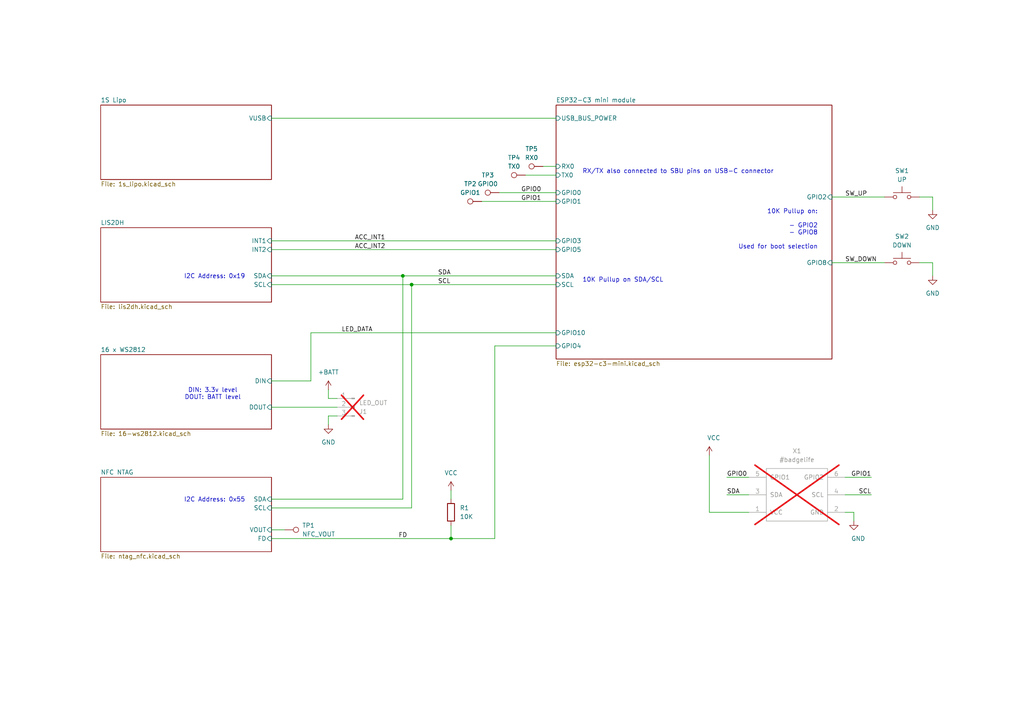
<source format=kicad_sch>
(kicad_sch (version 20231120) (generator "eeschema") (generator_version "8.0")
  (paper "A4")
  (title_block (title "BornHack 2024 POV Badge") (date "2024-05-26") (rev "1.0") (company "BornHack"))
  (lib_symbols
    (symbol "Connector:Conn_01x03_Pin" (pin_names (offset 1.016) hide)
      (property "Reference" "J" (at 0 5.08 0))
      (property "Value" "Conn_01x03_Pin" (at 0 -5.08 0))
      (symbol "Conn_01x03_Pin_1_1"
        (polyline (pts (xy 1.27 -2.54) (xy 0.8636 -2.54)) (stroke (width 0.1524)))
        (polyline (pts (xy 1.27 0) (xy 0.8636 0)) (stroke (width 0.1524)))
        (polyline (pts (xy 1.27 2.54) (xy 0.8636 2.54)) (stroke (width 0.1524)))
        (rectangle (start 0.8636 -2.413) (end 0 -2.667) (stroke (width 0.1524)) (fill (type outline)))
        (rectangle (start 0.8636 0.127) (end 0 -0.127) (stroke (width 0.1524)) (fill (type outline)))
        (rectangle (start 0.8636 2.667) (end 0 2.413) (stroke (width 0.1524)) (fill (type outline)))
        (pin passive line (at 5.08 2.54 180) (length 3.81) (name "Pin_1") (number "1"))
        (pin passive line (at 5.08 0 180) (length 3.81) (name "Pin_2") (number "2"))
        (pin passive line (at 5.08 -2.54 180) (length 3.81) (name "Pin_3") (number "3"))
      )
    )
    (symbol "Connector:TestPoint" (pin_numbers hide) (pin_names (offset 0.762) hide)
      (property "Reference" "TP" (at 0 6.858 0))
      (property "Value" "TestPoint" (at 0 5.08 0))
      (symbol "TestPoint_0_1"
        (circle (center 0 3.302) (radius 0.762))
      )
      (symbol "TestPoint_1_1"
        (pin passive line (at 0 0 90) (length 2.54) (name "1") (number "1"))
      )
    )
    (symbol "Device:R" (pin_numbers hide) (pin_names (offset 0))
      (property "Reference" "R" (at 2.032 0 90))
      (property "Value" "R" (at 0 0 90))
      (symbol "R_0_1"
        (rectangle (start -1.016 -2.54) (end 1.016 2.54) (stroke (width 0.254)))
      )
      (symbol "R_1_1"
        (pin passive line (at 0 3.81 270) (length 1.27) (name "~") (number "1"))
        (pin passive line (at 0 -3.81 90) (length 1.27) (name "~") (number "2"))
      )
    )
    (symbol "Switch:SW_Push" (pin_numbers hide) (pin_names (offset 1.016) hide)
      (property "Reference" "SW" (at 1.27 2.54 0))
      (property "Value" "SW_Push" (at 0 -1.524 0))
      (symbol "SW_Push_0_1"
        (circle (center -2.032 0) (radius 0.508))
        (polyline (pts (xy 0 1.27) (xy 0 3.048)))
        (polyline (pts (xy 2.54 1.27) (xy -2.54 1.27)))
        (circle (center 2.032 0) (radius 0.508))
        (pin passive line (at -5.08 0 0) (length 2.54) (name "1") (number "1"))
        (pin passive line (at 5.08 0 180) (length 2.54) (name "2") (number "2"))
      )
    )
    (symbol "badgelife_shitty_addon_v169bis:Badgelife_sao_connector_v169bis" (pin_names (offset 1.016))
      (property "Reference" "X" (at 0 0 0))
      (property "Value" "Badgelife_sao_connector_v169bis" (at 0 20.32 0))
      (symbol "Badgelife_sao_connector_v169bis_0_1"
        (rectangle (start -7.62 8.89) (end 7.62 -8.89))
      )
      (symbol "Badgelife_sao_connector_v169bis_1_1"
        (pin input line (at -5.08 13.97 270) (length 5.08) (name "VCC") (number "1"))
        (pin input line (at -5.08 -13.97 90) (length 5.08) (name "GND") (number "2"))
        (pin input line (at 0 13.97 270) (length 5.08) (name "SDA") (number "3"))
        (pin input line (at 0 -13.97 90) (length 5.08) (name "SCL") (number "4"))
        (pin input line (at 5.08 13.97 270) (length 5.08) (name "GPIO1") (number "5"))
        (pin input line (at 5.08 -13.97 90) (length 5.08) (name "GPIO2") (number "6"))
      )
    )
    (symbol "power:+BATT" (power) (pin_numbers hide) (pin_names (offset 0) hide)
      (property "Value" "+BATT" (at 0 3.556 0))
      (symbol "+BATT_0_1"
        (polyline (pts (xy -0.762 1.27) (xy 0 2.54)))
        (polyline (pts (xy 0 0) (xy 0 2.54)))
        (polyline (pts (xy 0 2.54) (xy 0.762 1.27)))
      )
      (symbol "+BATT_1_1"
        (pin power_in line (at 0 0 90) (length 0) (name "~") (number "1"))
      )
    )
    (symbol "power:GND" (power) (pin_names (offset 0))
      (property "Value" "GND" (at 0 -3.81 0))
      (symbol "GND_0_1"
        (polyline (pts (xy 0 0) (xy 0 -1.27) (xy 1.27 -1.27) (xy 0 -2.54) (xy -1.27 -1.27) (xy 0 -1.27)))
      )
      (symbol "GND_1_1"
        (pin power_in line (at 0 0 270) (length 0) hide (name "GND") (number "1"))
      )
    )
    (symbol "power:VCC" (power) (pin_names (offset 0))
      (property "Value" "VCC" (at 0 3.81 0))
      (symbol "VCC_0_1"
        (polyline (pts (xy -0.762 1.27) (xy 0 2.54)))
        (polyline (pts (xy 0 0) (xy 0 2.54)))
        (polyline (pts (xy 0 2.54) (xy 0.762 1.27)))
      )
      (symbol "VCC_1_1"
        (pin power_in line (at 0 0 90) (length 0) hide (name "VCC") (number "1"))
      )
    )
  )
  (junction (at 130.81 156.21))
  (junction (at 116.84 80.01))
  (junction (at 119.38 82.55))
  (wire (pts (xy 161.29 96.52) (xy 90.17 96.52)))
  (wire (pts (xy 245.11 148.59) (xy 247.65 148.59)))
  (wire (pts (xy 119.38 82.55) (xy 161.29 82.55)))
  (wire (pts (xy 130.81 142.24) (xy 130.81 144.78)))
  (wire (pts (xy 205.74 148.59) (xy 205.74 132.08)))
  (wire (pts (xy 95.25 115.57) (xy 97.79 115.57)))
  (wire (pts (xy 78.74 34.29) (xy 161.29 34.29)))
  (wire (pts (xy 210.82 138.43) (xy 217.17 138.43)))
  (wire (pts (xy 157.48 48.26) (xy 161.29 48.26)))
  (wire (pts (xy 143.51 100.33) (xy 143.51 156.21)))
  (wire (pts (xy 130.81 152.4) (xy 130.81 156.21)))
  (wire (pts (xy 90.17 96.52) (xy 90.17 110.49)))
  (wire (pts (xy 144.78 55.88) (xy 161.29 55.88)))
  (wire (pts (xy 78.74 118.11) (xy 97.79 118.11)))
  (wire (pts (xy 97.79 120.65) (xy 95.25 120.65)))
  (wire (pts (xy 130.81 156.21) (xy 78.74 156.21)))
  (wire (pts (xy 78.74 82.55) (xy 119.38 82.55)))
  (wire (pts (xy 266.7 76.2) (xy 270.51 76.2)))
  (wire (pts (xy 119.38 147.32) (xy 119.38 82.55)))
  (wire (pts (xy 78.74 153.67) (xy 82.55 153.67)))
  (wire (pts (xy 205.74 148.59) (xy 217.17 148.59)))
  (wire (pts (xy 95.25 120.65) (xy 95.25 123.19)))
  (wire (pts (xy 78.74 144.78) (xy 116.84 144.78)))
  (wire (pts (xy 78.74 72.39) (xy 161.29 72.39)))
  (wire (pts (xy 139.7 58.42) (xy 161.29 58.42)))
  (wire (pts (xy 116.84 144.78) (xy 116.84 80.01)))
  (wire (pts (xy 247.65 148.59) (xy 247.65 151.13)))
  (wire (pts (xy 241.3 57.15) (xy 256.54 57.15)))
  (wire (pts (xy 95.25 113.03) (xy 95.25 115.57)))
  (wire (pts (xy 78.74 147.32) (xy 119.38 147.32)))
  (wire (pts (xy 143.51 156.21) (xy 130.81 156.21)))
  (wire (pts (xy 78.74 69.85) (xy 161.29 69.85)))
  (wire (pts (xy 116.84 80.01) (xy 161.29 80.01)))
  (wire (pts (xy 270.51 76.2) (xy 270.51 80.01)))
  (wire (pts (xy 245.11 138.43) (xy 252.73 138.43)))
  (wire (pts (xy 90.17 110.49) (xy 78.74 110.49)))
  (wire (pts (xy 161.29 100.33) (xy 143.51 100.33)))
  (wire (pts (xy 266.7 57.15) (xy 270.51 57.15)))
  (wire (pts (xy 270.51 57.15) (xy 270.51 60.96)))
  (wire (pts (xy 210.82 143.51) (xy 217.17 143.51)))
  (wire (pts (xy 241.3 76.2) (xy 256.54 76.2)))
  (wire (pts (xy 245.11 143.51) (xy 252.73 143.51)))
  (wire (pts (xy 152.4 50.8) (xy 161.29 50.8)))
  (wire (pts (xy 78.74 80.01) (xy 116.84 80.01)))
  (text "DIN: 3.3v level\nDOUT: BATT level" (at 61.722 114.3 0) (effects (font (size 1.27 1.27))))
  (text "I2C Address: 0x19" (at 53.34 80.264 0) (effects (font (size 1.27 1.27)) (justify left)))
  (text "I2C Address: 0x55" (at 53.34 145.034 0) (effects (font (size 1.27 1.27)) (justify left)))
  (text "10K Pullup on SDA/SCL" (at 168.91 81.28 0) (effects (font (size 1.27 1.27)) (justify left)))
  (text "RX/TX also connected to SBU pins on USB-C connector" (at 168.91 49.784 0) (effects (font (size 1.27 1.27)) (justify left)))
  (text "10K Pullup on:\n\n- GPIO2\n- GPIO8\n\nUsed for boot selection" (at 237.236 66.548 0) (effects (font (size 1.27 1.27)) (justify right)))
  (label "ACC_INT2" (at 102.87 72.39 0))
  (label "SDA" (at 127 80.01 0))
  (label "FD" (at 115.57 156.21 0))
  (label "SW_DOWN" (at 245.11 76.2 0))
  (label "SW_UP" (at 245.11 57.15 0))
  (label "SCL" (at 127 82.55 0))
  (label "GPIO0" (at 151.13 55.88 0))
  (label "GPIO1" (at 151.13 58.42 0))
  (label "GPIO1" (at 252.73 138.43 180))
  (label "SDA" (at 210.82 143.51 0))
  (label "SCL" (at 252.73 143.51 180))
  (label "GPIO0" (at 210.82 138.43 0))
  (label "LED_DATA" (at 99.06 96.52 0))
  (label "ACC_INT1" (at 102.87 69.85 0))
  (symbol (lib_id "Device:R") (at 130.81 148.59 0) (unit 1)
    (property "Reference" "R1" (at 133.35 147.3199 0) (effects (justify left)))
    (property "Value" "10K" (at 133.35 149.8599 0) (effects (justify left)))
    (property "Footprint" "Resistor_SMD:R_0603_1608Metric" (effects (hide yes)))
    (property "Description" "Resistor" (effects (hide yes)))
  )
  (symbol (lib_id "power:GND") (at 95.25 123.19 0) (unit 1)
    (property "Reference" "#PWR02" (effects (hide yes)))
    (property "Value" "GND" (at 95.25 128.27 0))
    (property "Description" "Power symbol creates a global label with name \"GND\" , ground" (effects (hide yes)))
  )
  (symbol (lib_id "badgelife_shitty_addon_v169bis:Badgelife_sao_connector_v169bis") (at 231.14 143.51 90) (unit 1) (in_bom no) (dnp yes)
    (property "Reference" "X1" (at 231.14 130.81 90))
    (property "Value" "#badgelife" (at 231.14 133.35 90))
    (property "Footprint" "badgelife_sao_v169bis:Badgelife-SAOv169-BADGE-2x3" (effects (hide yes)))
  )
  (symbol (lib_id "power:VCC") (at 205.74 132.08 0) (unit 1)
    (property "Reference" "#PWR04" (effects (hide yes)))
    (property "Value" "VCC" (at 207.01 127 0))
  )
  (symbol (lib_id "Switch:SW_Push") (at 261.62 76.2 0) (unit 1)
    (property "Reference" "SW2" (at 261.62 68.58 0))
    (property "Value" "DOWN" (at 261.62 71.12 0))
    (property "Footprint" "Button_Switch_SMD:SW_SPST_TL3342" (effects (hide yes)))
    (property "Description" "Push button switch, generic, two pins" (effects (hide yes)))
  )
  (symbol (lib_id "power:GND") (at 270.51 60.96 0) (unit 1)
    (property "Reference" "#PWR06" (effects (hide yes)))
    (property "Value" "GND" (at 270.51 66.04 0))
    (property "Description" "Power symbol creates a global label with name \"GND\" , ground" (effects (hide yes)))
  )
  (symbol (lib_id "Connector:TestPoint") (at 152.4 50.8 90) (unit 1)
    (property "Reference" "TP4" (at 149.098 45.72 90))
    (property "Value" "TX0" (at 149.098 48.26 90))
    (property "Footprint" "TestPoint:TestPoint_Pad_D1.5mm" (effects (hide yes)))
    (property "Description" "test point" (effects (hide yes)))
  )
  (symbol (lib_id "Connector:Conn_01x03_Pin") (at 102.87 118.11 0) (mirror y) (unit 1) (in_bom no) (dnp yes)
    (property "Reference" "J1" (at 104.14 119.3801 0) (effects (justify right)))
    (property "Value" "LED_OUT" (at 104.14 116.8401 0) (effects (justify right)))
    (property "Footprint" "Connector_PinHeader_2.54mm:PinHeader_1x03_P2.54mm_Horizontal" (effects (hide yes)))
    (property "Description" "Generic connector, single row, 01x03, script generated" (effects (hide yes)))
  )
  (symbol (lib_id "power:GND") (at 247.65 151.13 0) (unit 1)
    (property "Reference" "#PWR05" (effects (hide yes)))
    (property "Value" "GND" (at 248.92 156.21 0))
  )
  (symbol (lib_id "Connector:TestPoint") (at 157.48 48.26 90) (unit 1)
    (property "Reference" "TP5" (at 154.178 43.18 90))
    (property "Value" "RX0" (at 154.178 45.72 90))
    (property "Footprint" "TestPoint:TestPoint_Pad_D1.5mm" (effects (hide yes)))
    (property "Description" "test point" (effects (hide yes)))
  )
  (symbol (lib_id "power:VCC") (at 130.81 142.24 0) (unit 1)
    (property "Reference" "#PWR03" (effects (hide yes)))
    (property "Value" "VCC" (at 130.81 137.16 0))
    (property "Description" "Power symbol creates a global label with name \"VCC\"" (effects (hide yes)))
  )
  (symbol (lib_id "Connector:TestPoint") (at 82.55 153.67 270) (unit 1)
    (property "Reference" "TP1" (at 87.63 152.3999 90) (effects (justify left)))
    (property "Value" "NFC_VOUT" (at 87.63 154.9399 90) (effects (justify left)))
    (property "Footprint" "TestPoint:TestPoint_Pad_D1.5mm" (effects (hide yes)))
    (property "Description" "test point" (effects (hide yes)))
  )
  (symbol (lib_id "Connector:TestPoint") (at 144.78 55.88 90) (unit 1)
    (property "Reference" "TP3" (at 141.478 50.8 90))
    (property "Value" "GPIO0" (at 141.478 53.34 90))
    (property "Footprint" "TestPoint:TestPoint_Pad_D1.5mm" (effects (hide yes)))
    (property "Description" "test point" (effects (hide yes)))
  )
  (symbol (lib_id "power:GND") (at 270.51 80.01 0) (unit 1)
    (property "Reference" "#PWR07" (effects (hide yes)))
    (property "Value" "GND" (at 270.51 85.09 0))
    (property "Description" "Power symbol creates a global label with name \"GND\" , ground" (effects (hide yes)))
  )
  (symbol (lib_id "Connector:TestPoint") (at 139.7 58.42 90) (unit 1)
    (property "Reference" "TP2" (at 136.398 53.34 90))
    (property "Value" "GPIO1" (at 136.398 55.88 90))
    (property "Footprint" "TestPoint:TestPoint_Pad_D1.5mm" (effects (hide yes)))
    (property "Description" "test point" (effects (hide yes)))
  )
  (symbol (lib_id "power:+BATT") (at 95.25 113.03 0) (unit 1)
    (property "Reference" "#PWR01" (effects (hide yes)))
    (property "Value" "+BATT" (at 95.25 107.95 0))
    (property "Description" "Power symbol creates a global label with name \"+BATT\"" (effects (hide yes)))
  )
  (symbol (lib_id "Switch:SW_Push") (at 261.62 57.15 0) (unit 1)
    (property "Reference" "SW1" (at 261.62 49.53 0))
    (property "Value" "UP" (at 261.62 52.07 0))
    (property "Footprint" "Button_Switch_SMD:SW_SPST_TL3342" (effects (hide yes)))
    (property "Description" "Push button switch, generic, two pins" (effects (hide yes)))
  )
  (sheet (at 161.29 30.48) (size 80.01 73.66) (stroke (width 0.1524))
    (property "Sheetname" "ESP32-C3 mini module" (at 161.29 29.7684 0) (effects (justify left bottom)))
    (property "Sheetfile" "esp32-c3-mini.kicad_sch" (at 161.29 104.7246 0) (effects (justify left top)))
    (pin "USB_BUS_POWER" input (at 161.29 34.29 180))
    (pin "RX0" input (at 161.29 48.26 180))
    (pin "TX0" input (at 161.29 50.8 180))
    (pin "SCL" input (at 161.29 82.55 180))
    (pin "SDA" input (at 161.29 80.01 180))
    (pin "GPIO0" input (at 161.29 55.88 180))
    (pin "GPIO1" input (at 161.29 58.42 180))
    (pin "GPIO10" input (at 161.29 96.52 180))
    (pin "GPIO8" input (at 241.3 76.2 0))
    (pin "GPIO5" input (at 161.29 72.39 180))
    (pin "GPIO2" input (at 241.3 57.15 0))
    (pin "GPIO3" input (at 161.29 69.85 180))
    (pin "GPIO4" input (at 161.29 100.33 180))
  )
  (sheet (at 29.21 102.87) (size 49.53 21.59) (stroke (width 0.1524))
    (property "Sheetname" "16 x WS2812" (at 29.21 102.1584 0) (effects (justify left bottom)))
    (property "Sheetfile" "16-ws2812.kicad_sch" (at 29.21 125.0446 0) (effects (justify left top)))
    (pin "DOUT" input (at 78.74 118.11 0))
    (pin "DIN" input (at 78.74 110.49 0))
  )
  (sheet (at 29.21 138.43) (size 49.53 21.59) (stroke (width 0.1524))
    (property "Sheetname" "NFC NTAG" (at 29.21 137.7184 0) (effects (justify left bottom)))
    (property "Sheetfile" "ntag_nfc.kicad_sch" (at 29.21 160.6046 0) (effects (justify left top)))
    (pin "FD" input (at 78.74 156.21 0))
    (pin "SDA" input (at 78.74 144.78 0))
    (pin "SCL" input (at 78.74 147.32 0))
    (pin "VOUT" input (at 78.74 153.67 0))
  )
  (sheet (at 29.21 66.04) (size 49.53 21.59) (stroke (width 0.1524))
    (property "Sheetname" "LIS2DH" (at 29.21 65.3284 0) (effects (justify left bottom)))
    (property "Sheetfile" "lis2dh.kicad_sch" (at 29.21 88.2146 0) (effects (justify left top)))
    (pin "INT1" input (at 78.74 69.85 0))
    (pin "INT2" input (at 78.74 72.39 0))
    (pin "SDA" input (at 78.74 80.01 0))
    (pin "SCL" input (at 78.74 82.55 0))
  )
  (sheet (at 29.21 30.48) (size 49.53 21.59) (stroke (width 0.1524))
    (property "Sheetname" "1S Lipo" (at 29.21 29.7684 0) (effects (justify left bottom)))
    (property "Sheetfile" "1s_lipo.kicad_sch" (at 29.21 52.6546 0) (effects (justify left top)))
    (pin "VUSB" input (at 78.74 34.29 0))
  )
)
</source>
